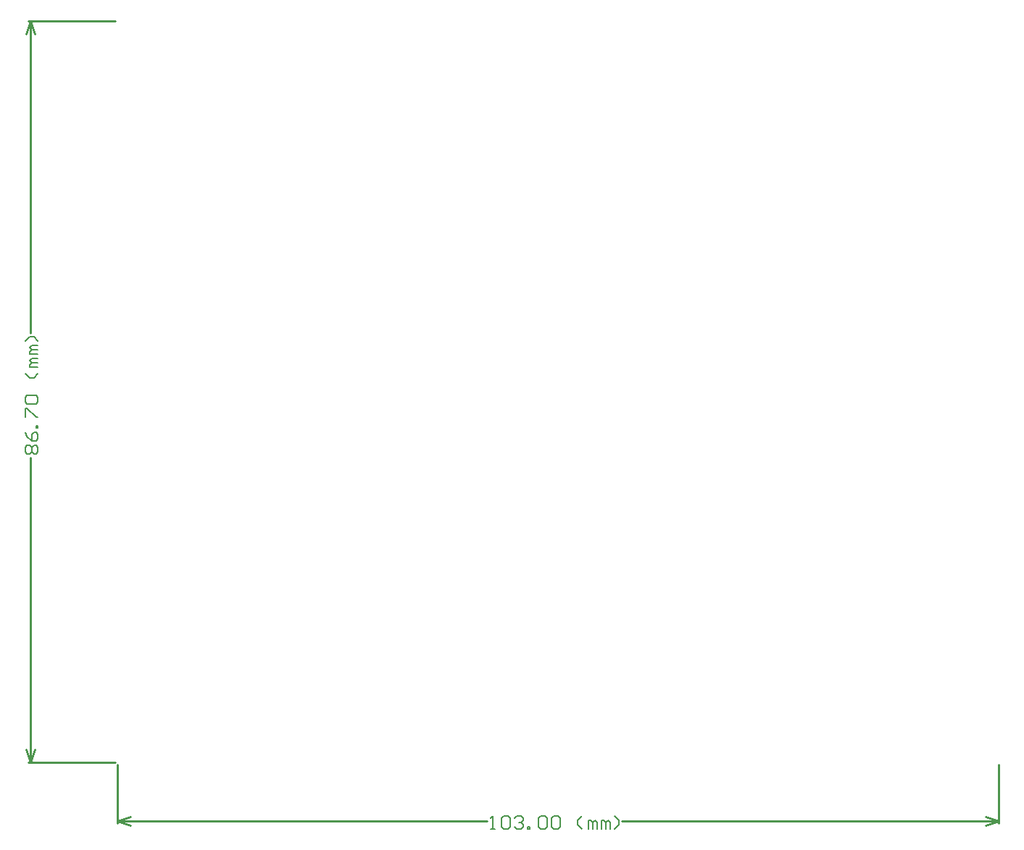
<source format=gm1>
%FSLAX42Y42*%
%MOMM*%
G71*
G01*
G75*
%ADD10R,1.10X1.00*%
%ADD11R,1.50X1.30*%
%ADD12R,1.30X1.50*%
%ADD13R,0.76X0.76*%
%ADD14R,0.85X1.00*%
%ADD15R,3.50X4.00*%
%ADD16R,1.00X2.00*%
%ADD17O,1.00X1.80*%
%ADD18R,1.00X1.80*%
%ADD19R,0.60X1.50*%
%ADD20R,7.00X2.80*%
%ADD21R,2.50X2.70*%
%ADD22R,3.40X3.00*%
%ADD23C,0.80*%
%ADD24C,0.50*%
%ADD25C,0.30*%
%ADD26C,1.00*%
%ADD27C,0.60*%
%ADD28C,2.00*%
%ADD29C,0.25*%
%ADD30C,1.20*%
%ADD31C,0.40*%
%ADD32C,0.20*%
%ADD33R,11.00X2.50*%
%ADD34R,11.00X2.50*%
%ADD35R,2.00X0.75*%
%ADD36R,1.75X11.00*%
%ADD37R,3.25X7.50*%
%ADD38R,10.50X8.75*%
%ADD39R,1.99X5.39*%
%ADD40R,7.25X16.25*%
%ADD41R,5.00X10.00*%
%ADD42R,3.00X2.50*%
%ADD43R,5.75X2.75*%
%ADD44C,1.50*%
%ADD45C,1.20*%
%ADD46R,1.50X1.50*%
%ADD47R,1.20X1.20*%
%ADD48C,2.50*%
%ADD49R,1.30X1.30*%
%ADD50C,1.30*%
%ADD51C,2.00*%
%ADD52C,4.76*%
%ADD53R,1.69X1.69*%
%ADD54C,1.69*%
%ADD55C,1.40*%
%ADD56C,3.00*%
%ADD57C,1.60*%
%ADD58R,1.60X1.60*%
%ADD59C,3.30*%
%ADD60C,1.60*%
%ADD61R,1.60X1.60*%
%ADD62C,1.00*%
%ADD63R,15.00X5.00*%
%ADD64R,4.75X10.50*%
%ADD65R,7.50X10.75*%
%ADD66R,10.29X7.25*%
%ADD67R,13.50X10.25*%
%ADD68R,7.75X22.50*%
%ADD69C,0.25*%
%ADD70C,0.15*%
%ADD71R,1.82X0.60*%
%ADD72R,0.20X1.70*%
%ADD73R,1.70X0.30*%
%ADD74R,0.80X0.50*%
%ADD75R,1.61X0.20*%
%ADD76C,0.06*%
%ADD77R,3.00X12.00*%
%ADD78R,7.00X1.50*%
%ADD79R,2.00X2.00*%
%ADD80R,2.00X2.00*%
%ADD81R,1.70X0.40*%
%ADD82R,1.30X1.20*%
%ADD83R,1.70X1.50*%
%ADD84R,1.50X1.70*%
%ADD85R,0.96X0.96*%
%ADD86R,1.05X1.20*%
%ADD87R,3.70X4.20*%
%ADD88R,1.20X2.20*%
%ADD89O,1.20X2.00*%
%ADD90R,1.20X2.00*%
%ADD91R,0.80X1.70*%
%ADD92R,7.20X3.00*%
%ADD93R,2.70X2.90*%
%ADD94R,3.60X3.20*%
%ADD95C,1.70*%
%ADD96C,1.40*%
%ADD97R,1.70X1.70*%
%ADD98R,1.40X1.40*%
%ADD99C,2.70*%
%ADD100R,1.50X1.50*%
%ADD101C,1.50*%
%ADD102C,2.20*%
%ADD103C,4.96*%
%ADD104R,1.89X1.89*%
%ADD105C,1.89*%
%ADD106C,1.60*%
%ADD107C,3.20*%
%ADD108C,1.80*%
%ADD109R,1.80X1.80*%
%ADD110C,3.50*%
%ADD111C,1.80*%
%ADD112R,1.80X1.80*%
%ADD113C,1.20*%
%ADD114C,0.00*%
%ADD115C,0.15*%
D29*
X10300Y-9381D02*
Y-8695D01*
X0Y-9381D02*
Y-8695D01*
X5899Y-9356D02*
X10300D01*
X0D02*
X4320D01*
X10148Y-9305D02*
X10300Y-9356D01*
X10148Y-9407D02*
X10300Y-9356D01*
X0D02*
X152Y-9407D01*
X0Y-9356D02*
X152Y-9305D01*
X-1041Y0D02*
X-25D01*
X-1041Y-8670D02*
X-25D01*
X-1016Y-3649D02*
Y0D01*
Y-8670D02*
Y-5102D01*
X-1067Y-152D02*
X-1016Y0D01*
X-965Y-152D01*
X-1016Y-8670D02*
X-965Y-8518D01*
X-1067D02*
X-1016Y-8670D01*
D115*
X4360Y-9447D02*
X4411D01*
X4386D01*
Y-9295D01*
X4360Y-9320D01*
X4487D02*
X4513Y-9295D01*
X4563D01*
X4589Y-9320D01*
Y-9422D01*
X4563Y-9447D01*
X4513D01*
X4487Y-9422D01*
Y-9320D01*
X4640D02*
X4665Y-9295D01*
X4716D01*
X4741Y-9320D01*
Y-9346D01*
X4716Y-9371D01*
X4690D01*
X4716D01*
X4741Y-9396D01*
Y-9422D01*
X4716Y-9447D01*
X4665D01*
X4640Y-9422D01*
X4792Y-9447D02*
Y-9422D01*
X4817D01*
Y-9447D01*
X4792D01*
X4919Y-9320D02*
X4944Y-9295D01*
X4995D01*
X5020Y-9320D01*
Y-9422D01*
X4995Y-9447D01*
X4944D01*
X4919Y-9422D01*
Y-9320D01*
X5071D02*
X5097Y-9295D01*
X5147D01*
X5173Y-9320D01*
Y-9422D01*
X5147Y-9447D01*
X5097D01*
X5071Y-9422D01*
Y-9320D01*
X5427Y-9447D02*
X5376Y-9396D01*
Y-9346D01*
X5427Y-9295D01*
X5503Y-9447D02*
Y-9346D01*
X5528D01*
X5554Y-9371D01*
Y-9447D01*
Y-9371D01*
X5579Y-9346D01*
X5604Y-9371D01*
Y-9447D01*
X5655D02*
Y-9346D01*
X5681D01*
X5706Y-9371D01*
Y-9447D01*
Y-9371D01*
X5731Y-9346D01*
X5757Y-9371D01*
Y-9447D01*
X5808D02*
X5858Y-9396D01*
Y-9346D01*
X5808Y-9295D01*
X-1052Y-5061D02*
X-1077Y-5036D01*
Y-4985D01*
X-1052Y-4960D01*
X-1026D01*
X-1001Y-4985D01*
X-975Y-4960D01*
X-950D01*
X-925Y-4985D01*
Y-5036D01*
X-950Y-5061D01*
X-975D01*
X-1001Y-5036D01*
X-1026Y-5061D01*
X-1052D01*
X-1001Y-5036D02*
Y-4985D01*
X-1077Y-4807D02*
X-1052Y-4858D01*
X-1001Y-4909D01*
X-950D01*
X-925Y-4883D01*
Y-4833D01*
X-950Y-4807D01*
X-975D01*
X-1001Y-4833D01*
Y-4909D01*
X-925Y-4757D02*
X-950D01*
Y-4731D01*
X-925D01*
Y-4757D01*
X-1077Y-4630D02*
Y-4528D01*
X-1052D01*
X-950Y-4630D01*
X-925D01*
X-1052Y-4477D02*
X-1077Y-4452D01*
Y-4401D01*
X-1052Y-4376D01*
X-950D01*
X-925Y-4401D01*
Y-4452D01*
X-950Y-4477D01*
X-1052D01*
X-925Y-4122D02*
X-975Y-4173D01*
X-1026D01*
X-1077Y-4122D01*
X-925Y-4046D02*
X-1026D01*
Y-4020D01*
X-1001Y-3995D01*
X-925D01*
X-1001D01*
X-1026Y-3969D01*
X-1001Y-3944D01*
X-925D01*
Y-3893D02*
X-1026D01*
Y-3868D01*
X-1001Y-3842D01*
X-925D01*
X-1001D01*
X-1026Y-3817D01*
X-1001Y-3792D01*
X-925D01*
Y-3741D02*
X-975Y-3690D01*
X-1026D01*
X-1077Y-3741D01*
M02*

</source>
